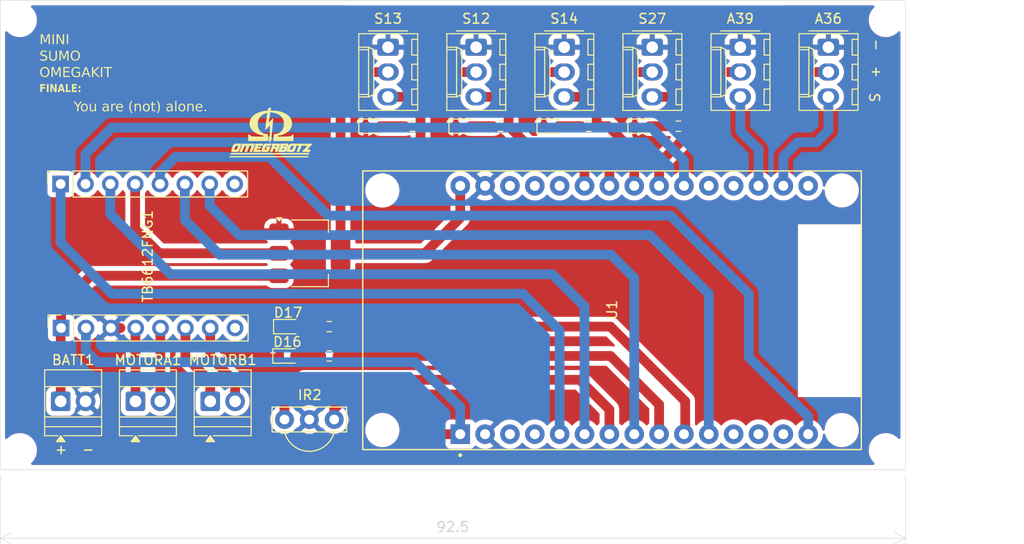
<source format=kicad_pcb>
(kicad_pcb (version 20241229) (generator "pcbnew") (generator_version "9.0")
  (layers (0 "F.Cu" signal) (2 "B.Cu" signal) (13 "F.Paste" user) (15 "B.Paste" user) (5 "F.SilkS" user "F.Silkscreen") (7 "B.SilkS" user "B.Silkscreen") (1 "F.Mask" user) (3 "B.Mask" user) (25 "Edge.Cuts" user))
  (net 0 "")
  (net 1 "/BATT_VCC")
  (net 2 "GND")
  (net 3 "/A_VCC")
  (net 4 "/A_GND")
  (net 5 "/B_VCC")
  (net 6 "/B_GND")
  (net 7 "/VCC")
  (net 8 "/S1")
  (net 9 "/S2")
  (net 10 "/S3")
  (net 11 "/S4")
  (net 12 "/A1")
  (net 13 "/A2")
  (net 14 "/AIN2")
  (net 16 "/PWMA")
  (net 17 "/AIN1")
  (net 18 "/BIN1")
  (net 20 "/PWMB")
  (net 21 "/BIN2")
  (net 22 "/LED1")
  (net 23 "/LED2")
  (net 30 "/IR_SIGNAL")
  (net 34 "Net-(D16-A)")
  (net 35 "Net-(D17-A)")
  (net 36 "Net-(DS1-A)")
  (net 37 "Net-(DS2-A)")
  (net 38 "Net-(DS3-A)")
  (net 39 "Net-(DS4-A)")
  (net 40 "/V_REG")
  (footprint "Connector_Molex:Molex_KK-254_AE-6410-03A_1x03_P2.54mm_Vertical" (layer "F.Cu") (at 166.13 79.78 -90)
    (property "Reference" "A36")
    (property "Value" "Conn_01x03_Pin" (hide yes))
  )
  (footprint "Connector_Molex:Molex_KK-254_AE-6410-03A_1x03_P2.54mm_Vertical" (layer "F.Cu") (at 121.13 79.78 -90)
    (property "Reference" "S13")
    (property "Value" "Conn_01x03_Pin" (hide yes))
  )
  (footprint "TSOP1838:TSOP1838" (layer "F.Cu") (at 113.09 117.86)
    (property "Reference" "IR2")
    (property "Value" "TSOP1838" (hide yes))
  )
  (footprint "My_TB6612FNG:Socket_TB6612FNG" (layer "F.Cu") (at 87.72 108.5 90)
    (property "Reference" "TB6612FNG1")
    (property "Value" "~")
  )
  (footprint "LED_SMD:LED_0603_1608Metric" (layer "F.Cu") (at 110.9175 108.36)
    (property "Reference" "D17")
    (property "Value" "LED" (hide yes))
  )
  (footprint "Connector_Molex:Molex_KK-254_AE-6410-03A_1x03_P2.54mm_Vertical" (layer "F.Cu") (at 139.13 79.78 -90)
    (property "Reference" "S14")
    (property "Value" "Conn_01x03_Pin" (hide yes))
  )
  (footprint "Resistor_SMD:R_0603_1608Metric" (layer "F.Cu") (at 141.63 87.86)
    (property "Reference" "RS2" (hide yes))
    (property "Value" "220R" (hide yes))
  )
  (footprint "Resistor_SMD:R_0603_1608Metric" (layer "F.Cu") (at 132.63 87.86)
    (property "Reference" "RS3" (hide yes))
    (property "Value" "220R" (hide yes))
  )
  (footprint "Resistor_SMD:R_0603_1608Metric" (layer "F.Cu") (at 115.13 108.36)
    (property "Reference" "R1" (hide yes))
    (property "Value" "220R" (hide yes))
  )
  (footprint "Resistor_SMD:R_0603_1608Metric" (layer "F.Cu") (at 150.805 87.86)
    (property "Reference" "RS1" (hide yes))
    (property "Value" "220R" (hide yes))
  )
  (footprint "Resistor_SMD:R_0603_1608Metric" (layer "F.Cu") (at 123.63 87.86)
    (property "Reference" "RS4" (hide yes))
    (property "Value" "220R" (hide yes))
  )
  (footprint "Resistor_SMD:R_0603_1608Metric" (layer "F.Cu") (at 115.13 111.36)
    (property "Reference" "R2" (hide yes))
    (property "Value" "220R" (hide yes))
  )
  (footprint "Package_TO_SOT_SMD:SOT-223-3_TabPin2" (layer "F.Cu") (at 113.13 100.86)
    (property "Reference" "U2" (hide yes))
    (property "Value" "AMS1117-3.3" (hide yes))
  )
  (footprint "" (layer "F.Cu") (at 172 121)
    (property "Reference" "")
    (property "Value" "")
  )
  (footprint "" (layer "F.Cu") (at 83.5 77)
    (property "Reference" "")
    (property "Value" "")
  )
  (footprint "LED_SMD:LED_0603_1608Metric" (layer "F.Cu") (at 147.13 87.86)
    (property "Reference" "DS1" (hide yes))
    (property "Value" "LED" (hide yes))
  )
  (footprint "LED_SMD:LED_0603_1608Metric" (layer "F.Cu") (at 110.8425 111.36)
    (property "Reference" "D16")
    (property "Value" "LED" (hide yes))
  )
  (footprint "LED_SMD:LED_0603_1608Metric" (layer "F.Cu") (at 137.8425 87.86)
    (property "Reference" "DS2" (hide yes))
    (property "Value" "LED" (hide yes))
  )
  (footprint "LED_SMD:LED_0603_1608Metric" (layer "F.Cu") (at 119.63 87.86)
    (property "Reference" "DS4" (hide yes))
    (property "Value" "LED" (hide yes))
  )
  (footprint "TerminalBlock:TerminalBlock_Xinya_XY308-2.54-2P_1x02_P2.54mm_Horizontal" (layer "F.Cu") (at 87.68 116)
    (property "Reference" "BATT1")
    (property "Value" "Screw_Terminal_01x02" (hide yes))
  )
  (footprint "ESP32-DEVKIT-V1:MODULE_ESP32_DEVKIT_V1" (layer "F.Cu") (at 144.025 106.66 90)
    (property "Reference" "U1")
    (property "Value" "ESP32-DEVKIT-V1" (hide yes))
  )
  (footprint "Connector_Molex:Molex_KK-254_AE-6410-03A_1x03_P2.54mm_Vertical" (layer "F.Cu") (at 157.13 79.78 -90)
    (property "Reference" "A39")
    (property "Value" "Conn_01x03_Pin" (hide yes))
  )
  (footprint "TerminalBlock:TerminalBlock_Xinya_XY308-2.54-2P_1x02_P2.54mm_Horizontal" (layer "F.Cu") (at 95.32 116)
    (property "Reference" "MOTORA1")
    (property "Value" "Screw_Terminal_01x02" (hide yes))
  )
  (footprint "TerminalBlock:TerminalBlock_Xinya_XY308-2.54-2P_1x02_P2.54mm_Horizontal" (layer "F.Cu") (at 102.96 116)
    (property "Reference" "MOTORB1")
    (property "Value" "Screw_Terminal_01x02" (hide yes))
  )
  (footprint "" (layer "F.Cu") (at 83.5 121)
    (property "Reference" "")
    (property "Value" "")
  )
  (footprint "Connector_Molex:Molex_KK-254_AE-6410-03A_1x03_P2.54mm_Vertical" (layer "F.Cu") (at 130.13 79.78 -90)
    (property "Reference" "S12")
    (property "Value" "Conn_01x03_Pin" (hide yes))
  )
  (footprint "Connector_Molex:Molex_KK-254_AE-6410-03A_1x03_P2.54mm_Vertical" (layer "F.Cu") (at 148.13 79.78 -90)
    (property "Reference" "S27")
    (property "Value" "Conn_01x03_Pin" (hide yes))
  )
  (footprint "" (layer "F.Cu") (at 172 77)
    (property "Reference" "")
    (property "Value" "")
  )
  (footprint "LED_SMD:LED_0603_1608Metric" (layer "F.Cu") (at 128.8425 87.86)
    (property "Reference" "DS3" (hide yes))
    (property "Value" "LED" (hide yes))
  )
  (gr_poly (pts (xy 111.414446 89.635504) (xy 111.495113 89.635607) (xy 111.560499 89.636509) (xy 111.610741 89.637924) (xy 111.631237 89.639053) (xy 111.649213 89.640586) (xy 111.665091 89.642615) (xy 111.679293 89.645231) (xy 111.692241 89.648527) (xy 111.704357 89.652594) (xy 111.716062 89.657524) (xy 111.72778 89.66341) (xy 111.739932 89.670343) (xy 111.752939 89.678414) (xy 111.78321 89.698342) (xy 111.836126 89.645426) (xy 111.881828 89.641966) (xy 111.898998 89.640929) (xy 111.915085 89.640274) (xy 111.932114 89.63994) (xy 111.952115 89.639866) (xy 112.009139 89.640258) (xy 112.113525 89.640775) (xy 112.22308 89.642118) (xy 112.333253 89.642842) (xy 112.603418 89.645426) (xy 112.589568 89.734309) (xy 112.584349 89.763558) (xy 112.57944 89.785986) (xy 112.576908 89.795417) (xy 112.574221 89.804072) (xy 112.571301 89.812263) (xy 112.568071 89.820299) (xy 112.560371 89.837145) (xy 112.550501 89.857092) (xy 112.285918 89.857092) (xy 112.275744 89.915558) (xy 112.269641 89.941543) (xy 112.26299 89.966733) (xy 112.255773 89.991327) (xy 112.247971 90.015521) (xy 112.239568 90.039515) (xy 112.230546 90.063506) (xy 112.220887 90.087692) (xy 112.210574 90.112271) (xy 112.181893 90.179708) (xy 112.151973 90.249006) (xy 112.121742 90.319855) (xy 112.047793 90.492092) (xy 111.78321 90.492092) (xy 111.806957 90.409829) (xy 111.832796 90.328887) (xy 111.860542 90.249019) (xy 111.890008 90.169977) (xy 111.921006 90.091511) (xy 111.953351 90.013373) (xy 112.021335 89.857092) (xy 111.756751 89.857092) (xy 111.726986 89.96954) (xy 111.685729 90.106211) (xy 111.652727 90.210249) (xy 111.638268 90.251944) (xy 111.624608 90.287777) (xy 111.611327 90.318513) (xy 111.598001 90.344918) (xy 111.584211 90.367757) (xy 111.569534 90.387796) (xy 111.553549 90.405801) (xy 111.535835 90.422536) (xy 111.515969 90.438767) (xy 111.493531 90.45526) (xy 111.439251 90.492092) (xy 111.402989 90.495755) (xy 111.366683 90.49827) (xy 111.330337 90.499834) (xy 111.293958 90.500647) (xy 111.22112 90.500813) (xy 111.148209 90.500361) (xy 111.067181 90.501652) (xy 110.98946 90.501704) (xy 110.918353 90.501943) (xy 110.898062 90.498625) (xy 110.889666 90.49715) (xy 110.882221 90.495714) (xy 110.875568 90.49425) (xy 110.869544 90.492694) (xy 110.86399 90.490982) (xy 110.858744 90.48905) (xy 110.853646 90.486832) (xy 110.848535 90.484264) (xy 110.84325 90.481283) (xy 110.837631 90.477822) (xy 110.831516 90.473818) (xy 110.824745 90.469207) (xy 110.808592 90.457902) (xy 110.803173 90.449924) (xy 110.798446 90.442797) (xy 110.794378 90.43631) (xy 110.792583 90.433242) (xy 110.790942 90.430255) (xy 110.78945 90.427324) (xy 110.788104 90.424423) (xy 110.786901 90.421525) (xy 110.785836 90.418604) (xy 110.784905 90.415634) (xy 110.784106 90.412589) (xy 110.783433 90.409443) (xy 110.782883 90.40617) (xy 110.782453 90.402743) (xy 110.782138 90.399137) (xy 110.781935 90.395324) (xy 110.78184 90.39128) (xy 110.781848 90.386978) (xy 110.781957 90.382392) (xy 110.78246 90.372263) (xy 110.783318 90.360683) (xy 110.7845 90.347445) (xy 110.787715 90.315152) (xy 110.800774 90.268757) (xy 110.80542 90.253967) (xy 111.095293 90.253967) (xy 111.333418 90.253967) (xy 111.366654 90.184592) (xy 111.399564 90.115061) (xy 111.436771 90.036926) (xy 111.448431 90.011249) (xy 111.453123 90.000465) (xy 111.457115 89.9907) (xy 111.460446 89.98169) (xy 111.463161 89.973172) (xy 111.465302 89.964883) (xy 111.46691 89.956558) (xy 111.468029 89.947935) (xy 111.4687 89.938751) (xy 111.468967 89.928741) (xy 111.468871 89.917642) (xy 111.468455 89.905192) (xy 111.467761 89.891125) (xy 111.46571 89.857092) (xy 111.254043 89.857092) (xy 111.228686 89.905654) (xy 111.204883 89.953876) (xy 111.182646 90.002079) (xy 111.161983 90.050581) (xy 111.142907 90.099702) (xy 111.125426 90.14976) (xy 111.109551 90.201076) (xy 111.095293 90.253967) (xy 110.80542 90.253967) (xy 110.815173 90.222918) (xy 110.83074 90.177548) (xy 110.847301 90.13256) (xy 110.864681 90.087864) (xy 110.882708 90.043373) (xy 110.920007 89.954658) (xy 110.943403 89.899034) (xy 110.963709 89.855524) (xy 110.973866 89.835628) (xy 110.984067 89.816923) (xy 110.994342 89.799375) (xy 111.004725 89.78295) (xy 111.015245 89.767613) (xy 111.025934 89.753328) (xy 111.036824 89.74006) (xy 111.047945 89.727776) (xy 111.059329 89.716439) (xy 111.071007 89.706015) (xy 111.08301 89.696469) (xy 111.095369 89.687767) (xy 111.108117 89.679872) (xy 111.121284 89.672751) (xy 111.1349 89.666368) (xy 111.148999 89.660689) (xy 111.16361 89.655679) (xy 111.178766 89.651302) (xy 111.194496 89.647524) (xy 111.210834 89.644309) (xy 111.227809 89.641624) (xy 111.245453 89.639433) (xy 111.282874 89.636394) (xy 111.323347 89.634912) (xy 111.367121 89.634708)) (fill yes) (layer "F.SilkS"))
  (gr_poly (pts (xy 107.379724 89.641223) (xy 107.38767 89.642327) (xy 107.394885 89.643541) (xy 107.401567 89.644952) (xy 107.407916 89.646647) (xy 107.414132 89.648713) (xy 107.420413 89.651237) (xy 107.42696 89.654305) (xy 107.433971 89.658006) (xy 107.441646 89.662425) (xy 107.450184 89.667649) (xy 107.459786 89.673767) (xy 107.470649 89.680863) (xy 107.49696 89.698342) (xy 107.494362 89.735015) (xy 107.490778 89.77072) (xy 107.486232 89.805564) (xy 107.480745 89.839655) (xy 107.474341 89.873101) (xy 107.467042 89.906009) (xy 107.45887 89.938486) (xy 107.449848 89.970641) (xy 107.439999 90.002581) (xy 107.429345 90.034413) (xy 107.405713 90.098183) (xy 107.379133 90.162813) (xy 107.349785 90.229163) (xy 107.315731 90.306212) (xy 107.274233 90.399233) (xy 107.232376 90.492092) (xy 106.967793 90.492092) (xy 106.99154 90.409829) (xy 107.01738 90.328887) (xy 107.045125 90.249019) (xy 107.074591 90.169977) (xy 107.105589 90.091511) (xy 107.137934 90.013373) (xy 107.205918 89.857092) (xy 106.967793 89.857092) (xy 106.938028 89.95135) (xy 106.914587 90.019926) (xy 106.890038 90.088083) (xy 106.864564 90.15589) (xy 106.838345 90.223416) (xy 106.784403 90.357902) (xy 106.729668 90.492092) (xy 106.465085 90.492092) (xy 106.468606 90.464952) (xy 106.472855 90.438245) (xy 106.477789 90.411925) (xy 106.483369 90.385951) (xy 106.489553 90.360277) (xy 106.496301 90.334862) (xy 106.511324 90.284629) (xy 106.528112 90.234905) (xy 106.546339 90.18534) (xy 106.585801 90.085295) (xy 106.612208 90.018633) (xy 106.676752 89.857092) (xy 106.465085 89.883551) (xy 106.443646 89.936564) (xy 106.347676 90.172939) (xy 106.313931 90.256396) (xy 106.281634 90.33572) (xy 106.251823 90.409197) (xy 106.243564 90.427877) (xy 106.237035 90.442238) (xy 106.234232 90.448102) (xy 106.231635 90.453251) (xy 106.229169 90.457805) (xy 106.22676 90.461887) (xy 106.224333 90.465617) (xy 106.221811 90.469117) (xy 106.219121 90.472509) (xy 106.216186 90.475914) (xy 106.209283 90.483249) (xy 106.200502 90.492092) (xy 106.167031 90.493234) (xy 106.133543 90.493846) (xy 106.100048 90.493994) (xy 106.066556 90.493746) (xy 105.992866 90.493023) (xy 105.935918 90.492092) (xy 105.963414 90.406949) (xy 105.977619 90.364846) (xy 105.992281 90.322997) (xy 106.007514 90.281356) (xy 106.02343 90.239878) (xy 106.040145 90.198517) (xy 106.057771 90.157229) (xy 106.080238 90.105611) (xy 106.091461 90.080275) (xy 106.102869 90.055022) (xy 106.114466 90.029854) (xy 106.126256 90.004777) (xy 106.136698 89.979176) (xy 106.145335 89.95481) (xy 106.152246 89.931505) (xy 106.15751 89.909085) (xy 106.161206 89.887376) (xy 106.163415 89.866202) (xy 106.164215 89.845389) (xy 106.163685 89.824761) (xy 106.161906 89.804144) (xy 106.158957 89.783362) (xy 106.154916 89.762242) (xy 106.149864 89.740607) (xy 106.143879 89.718283) (xy 106.137042 89.695094) (xy 106.121127 89.645426) (xy 106.448549 89.643772) (xy 106.542806 89.6431) (xy 106.632723 89.642842) (xy 106.715858 89.642422) (xy 106.737986 89.643465) (xy 106.755261 89.644572) (xy 106.762517 89.645257) (xy 106.769085 89.646088) (xy 106.77514 89.647107) (xy 106.780859 89.648357) (xy 106.786415 89.649883) (xy 106.791985 89.651727) (xy 106.797744 89.653932) (xy 106.803867 89.656541) (xy 106.810528 89.659597) (xy 106.817905 89.663145) (xy 106.835501 89.671884) (xy 106.888418 89.645426) (xy 106.921241 89.643404) (xy 106.954082 89.641999) (xy 106.986938 89.641101) (xy 107.019807 89.640603) (xy 107.151348 89.640465) (xy 107.22509 89.639483) (xy 107.295938 89.639328) (xy 107.360838 89.638999)) (fill yes) (layer "F.SilkS"))
  (gr_poly (pts (xy 109.137376 86.258759) (xy 109.213237 86.255969) (xy 109.334795 86.254888) (xy 109.456591 86.257902) (xy 109.578319 86.265208) (xy 109.699676 86.277004) (xy 109.820356 86.293487) (xy 109.940054 86.314857) (xy 110.058465 86.341311) (xy 110.175284 86.373047) (xy 110.290205 86.410262) (xy 110.402925 86.453156) (xy 110.513138 86.501926) (xy 110.620538 86.556769) (xy 110.724821 86.617885) (xy 110.825682 86.68547) (xy 110.922816 86.759723) (xy 111.015918 86.840842) (xy 111.05589 86.884843) (xy 111.092747 86.928893) (xy 111.126556 86.973127) (xy 111.157385 87.017679) (xy 111.185302 87.062683) (xy 111.210373 87.108272) (xy 111.232667 87.154582) (xy 111.252252 87.201745) (xy 111.269193 87.249895) (xy 111.28356 87.299167) (xy 111.29542 87.349695) (xy 111.30484 87.401612) (xy 111.311887 87.455052) (xy 111.31663 87.51015) (xy 111.319136 87.567039) (xy 111.319472 87.625853) (xy 111.31607 87.679989) (xy 111.310363 87.732646) (xy 111.302353 87.783883) (xy 111.292037 87.833763) (xy 111.279416 87.882346) (xy 111.264488 87.929694) (xy 111.247253 87.975867) (xy 111.22771 88.020926) (xy 111.20586 88.064934) (xy 111.1817 88.10795) (xy 111.155231 88.150037) (xy 111.126451 88.191254) (xy 111.095361 88.231664) (xy 111.061959 88.271327) (xy 111.026246 88.310304) (xy 110.988219 88.348657) (xy 110.934835 88.393249) (xy 110.87865 88.437112) (xy 110.819902 88.479932) (xy 110.75883 88.521395) (xy 110.69567 88.561186) (xy 110.63066 88.598993) (xy 110.564039 88.6345) (xy 110.496044 88.667394) (xy 110.426912 88.69736) (xy 110.356881 88.724084) (xy 110.286188 88.747253) (xy 110.215072 88.766551) (xy 110.143771 88.781664) (xy 110.072521 88.79228) (xy 110.00156 88.798083) (xy 109.931126 88.798759) (xy 109.931126 88.931051) (xy 110.368761 88.922653) (xy 110.517331 88.919889) (xy 110.732111 88.915548) (xy 110.798124 88.914622) (xy 110.855622 88.912852) (xy 110.913355 88.910129) (xy 110.971132 88.906057) (xy 111.028765 88.900243) (xy 111.086062 88.892292) (xy 111.114525 88.887392) (xy 111.142834 88.88181) (xy 111.170963 88.875496) (xy 111.198891 88.868402) (xy 111.226592 88.860479) (xy 111.254043 88.851676) (xy 111.269388 88.830082) (xy 111.275622 88.821087) (xy 111.280999 88.813034) (xy 111.285598 88.80573) (xy 111.289495 88.798982) (xy 111.292769 88.792594) (xy 111.295497 88.786374) (xy 111.297756 88.780127) (xy 111.299624 88.77366) (xy 111.301178 88.766779) (xy 111.302496 88.759291) (xy 111.303656 88.751001) (xy 111.304735 88.741716) (xy 111.30696 88.719384) (xy 111.46571 88.719384) (xy 111.46571 89.380842) (xy 109.428418 89.380842) (xy 109.423558 89.365702) (xy 109.419346 89.35137) (xy 109.41575 89.337726) (xy 109.412736 89.32465) (xy 109.410271 89.312022) (xy 109.408323 89.299721) (xy 109.406859 89.287627) (xy 109.405846 89.275619) (xy 109.40525 89.263578) (xy 109.40504 89.251384) (xy 109.405182 89.238914) (xy 109.405642 89.226051) (xy 109.407391 89.198659) (xy 109.410021 89.168246) (xy 109.417153 89.090162) (xy 109.425111 89.008772) (xy 109.432449 88.927072) (xy 109.44383 88.810172) (xy 109.448298 88.772294) (xy 109.452716 88.744059) (xy 109.455085 88.732603) (xy 109.457656 88.722413) (xy 109.4605 88.713106) (xy 109.46369 88.704301) (xy 109.471392 88.686671) (xy 109.481335 88.666467) (xy 109.523768 88.660016) (xy 109.566321 88.654364) (xy 109.608963 88.64939) (xy 109.65166 88.64497) (xy 109.702242 88.637442) (xy 109.750708 88.628632) (xy 109.797192 88.618421) (xy 109.841833 88.606689) (xy 109.884766 88.593319) (xy 109.926127 88.57819) (xy 109.966054 88.561183) (xy 110.004683 88.542181) (xy 110.04215 88.521063) (xy 110.078591 88.497711) (xy 110.114144 88.472005) (xy 110.148945 88.443827) (xy 110.183129 88.413057) (xy 110.216835 88.379577) (xy 110.250197 88.343267) (xy 110.283353 88.304009) (xy 110.31803 88.253522) (xy 110.349062 88.201765) (xy 110.376581 88.148822) (xy 110.400718 88.094775) (xy 110.421606 88.03971) (xy 110.439376 87.983709) (xy 110.45416 87.926856) (xy 110.466089 87.869236) (xy 110.475295 87.810931) (xy 110.48191 87.752027) (xy 110.486065 87.692605) (xy 110.487892 87.632751) (xy 110.487523 87.572547) (xy 110.48509 87.512078) (xy 110.480723 87.451428) (xy 110.474556 87.39068) (xy 110.462092 87.333216) (xy 110.447485 87.278368) (xy 110.43071 87.225991) (xy 110.411742 87.175936) (xy 110.390555 87.128057) (xy 110.367124 87.082207) (xy 110.341425 87.038239) (xy 110.313432 86.996007) (xy 110.28312 86.955362) (xy 110.250463 86.916158) (xy 110.215437 86.878249) (xy 110.178017 86.841486) (xy 110.138177 86.805724) (xy 110.095892 86.770815) (xy 110.051137 86.736613) (xy 110.003887 86.70297) (xy 109.950838 86.670159) (xy 109.897217 86.640278) (xy 109.84302 86.613174) (xy 109.788243 86.588694) (xy 109.732884 86.566685) (xy 109.676938 86.546994) (xy 109.620403 86.529469) (xy 109.563274 86.513957) (xy 109.505548 86.500304) (xy 109.447222 86.488358) (xy 109.388292 86.477966) (xy 109.328755 86.468975) (xy 109.207843 86.454586) (xy 109.08446 86.443967) (xy 109.081055 86.493506) (xy 109.073806 86.574658) (xy 109.06501 86.655446) (xy 109.054855 86.735946) (xy 109.043526 86.816236) (xy 109.018093 86.976496) (xy 108.990202 87.136845) (xy 108.971444 87.243764) (xy 108.92571 87.502301) (xy 108.958453 87.469557) (xy 109.375501 87.052509) (xy 109.382253 87.067313) (xy 109.387743 87.082072) (xy 109.392069 87.096801) (xy 109.395333 87.111519) (xy 109.397634 87.126243) (xy 109.399071 87.140991) (xy 109.399746 87.15578) (xy 109.399757 87.170627) (xy 109.399205 87.18555) (xy 109.39819 87.200566) (xy 109.395169 87.230947) (xy 109.387962 87.293593) (xy 109.3825 87.352267) (xy 109.364029 87.544676) (xy 109.351458 87.677919) (xy 109.317921 88.02894) (xy 109.283879 88.387001) (xy 109.216751 89.089801) (xy 109.322585 89.063342) (xy 109.220059 89.24359) (xy 109.19081 89.295111) (xy 109.158868 89.35051) (xy 109.126322 89.405289) (xy 109.109712 89.432458) (xy 109.092818 89.459486) (xy 109.075596 89.486376) (xy 109.058001 89.513134) (xy 109.005085 89.513134) (xy 108.965397 89.270048) (xy 108.953925 89.20075) (xy 108.941384 89.120099) (xy 108.935884 89.080092) (xy 108.931219 89.040128) (xy 108.927628 89.000078) (xy 108.925353 88.959814) (xy 108.924633 88.919208) (xy 108.924932 88.898738) (xy 108.92571 88.878134) (xy 109.005085 88.957509) (xy 109.009031 88.953376) (xy 109.012667 88.949191) (xy 109.016006 88.944953) (xy 109.019059 88.940663) (xy 109.021839 88.936321) (xy 109.024359 88.931927) (xy 109.026632 88.927482) (xy 109.028669 88.922986) (xy 109.030485 88.918439) (xy 109.032091 88.913842) (xy 109.034724 88.904497) (xy 109.03667 88.894953) (xy 109.03803 88.885213) (xy 109.038905 88.87528) (xy 109.039395 88.865155) (xy 109.039626 88.844341) (xy 109.03953 88.822788) (xy 109.039612 88.811741) (xy 109.039915 88.800516) (xy 109.04328 88.717621) (xy 109.046426 88.628433) (xy 109.04983 88.538368) (xy 109.055214 88.352102) (xy 109.058281 88.165899) (xy 109.059165 87.979674) (xy 109.058001 87.793342) (xy 109.017132 87.834632) (xy 108.834759 88.018238) (xy 108.770422 88.083247) (xy 108.709185 88.144742) (xy 108.652503 88.201845) (xy 108.637831 88.215473) (xy 108.631793 88.220987) (xy 108.626482 88.225715) (xy 108.621795 88.229717) (xy 108.617628 88.233054) (xy 108.613877 88.235785) (xy 108.610439 88.237973) (xy 108.60721 88.239677) (xy 108.604086 88.240957) (xy 108.600964 88.241874) (xy 108.59774 88.242489) (xy 108.59431 88.242862) (xy 108.590571 88.243053) (xy 108.581752 88.243134) (xy 108.589509 88.107166) (xy 108.600408 87.971547) (xy 108.613925 87.836215) (xy 108.629537 87.701106) (xy 108.664952 87.431307) (xy 108.702468 87.16165) (xy 108.728874 86.967863) (xy 108.793418 86.496884) (xy 108.718402 86.520912) (xy 108.643453 86.54515) (xy 108.559098 86.5723) (xy 108.501805 86.594684) (xy 108.447167 86.618952) (xy 108.395072 86.645128) (xy 108.345407 86.673236) (xy 108.298061 86.703302) (xy 108.252921 86.73535) (xy 108.209875 86.769404) (xy 108.16881 86.805489) (xy 108.129615 86.843629) (xy 108.092178 86.88385) (xy 108.056386 86.926175) (xy 108.022127 86.970629) (xy 107.989288 87.017237) (xy 107.957759 87.066023) (xy 107.927425 87.117012) (xy 107.898176 87.170228) (xy 107.878341 87.218516) (xy 107.861388 87.269752) (xy 107.847242 87.323524) (xy 107.835824 87.379421) (xy 107.82706 87.437032) (xy 107.820873 87.495945) (xy 107.817186 87.555749) (xy 107.815923 87.616032) (xy 107.817007 87.676384) (xy 107.820363 87.736392) (xy 107.825913 87.795645) (xy 107.833582 87.853733) (xy 107.843292 87.910242) (xy 107.854969 87.964764) (xy 107.868535 88.016885) (xy 107.883913 88.066194) (xy 107.906993 88.11438) (xy 107.931491 88.160389) (xy 107.957451 88.204279) (xy 107.984917 88.246109) (xy 108.013932 88.285937) (xy 108.04454 88.323821) (xy 108.076784 88.35982) (xy 108.110708 88.393992) (xy 108.146355 88.426395) (xy 108.18377 88.457088) (xy 108.222995 88.486128) (xy 108.264075 88.513575) (xy 108.307052 88.539486) (xy 108.35197 88.56392) (xy 108.398874 88.586935) (xy 108.447806 88.60859) (xy 108.467406 88.615038) (xy 108.487016 88.620893) (xy 108.506645 88.626193) (xy 108.526299 88.630972) (xy 108.545986 88.635267) (xy 108.565714 88.639114) (xy 108.60532 88.645608) (xy 108.645178 88.650744) (xy 108.685347 88.65481) (xy 108.725887 88.658094) (xy 108.766856 88.660886) (xy 108.784409 88.66278) (xy 108.791612 88.663648) (xy 108.797922 88.664526) (xy 108.803455 88.665461) (xy 108.808327 88.6665) (xy 108.812656 88.66769) (xy 108.816556 88.669077) (xy 108.820146 88.670709) (xy 108.82354 88.672633) (xy 108.826856 88.674895) (xy 108.83021 88.677542) (xy 108.833719 88.680622) (xy 108.837498 88.684182) (xy 108.846335 88.692926) (xy 108.850552 88.721023) (xy 108.854264 88.749195) (xy 108.857552 88.777422) (xy 108.860494 88.805684) (xy 108.867471 88.875602) (xy 108.874447 88.949241) (xy 108.881733 89.021329) (xy 108.885888 89.066609) (xy 108.889469 89.111481) (xy 108.892483 89.156101) (xy 108.894935 89.200624) (xy 108.896833 89.245204) (xy 108.89818 89.289998) (xy 108.898985 89.335159) (xy 108.899252 89.380842) (xy 106.835501 89.380842) (xy 106.835501 88.719384) (xy 106.994251 88.719384) (xy 107.043861 88.782223) (xy 107.050925 88.790694) (xy 107.058019 88.798701) (xy 107.065149 88.806261) (xy 107.072321 88.813389) (xy 107.07954 88.820103) (xy 107.08681 88.826418) (xy 107.094138 88.83235) (xy 107.101529 88.837918) (xy 107.108989 88.843136) (xy 107.116522 88.848021) (xy 107.13183 88.85686) (xy 107.147497 88.864565) (xy 107.163566 88.871268) (xy 107.18008 88.8771) (xy 107.197083 88.882193) (xy 107.214616 88.886678) (xy 107.232723 88.890688) (xy 107.251447 88.894352) (xy 107.270831 88.897803) (xy 107.311752 88.904592) (xy 107.34399 88.907243) (xy 107.376205 88.909414) (xy 107.40841 88.911161) (xy 107.440617 88.912543) (xy 107.505089 88.914435) (xy 107.56972 88.915548) (xy 107.641777 88.9171) (xy 107.867376 88.921129) (xy 108.021269 88.92423) (xy 108.396543 88.931051) (xy 108.370085 88.798759) (xy 108.27252 88.793798) (xy 108.195339 88.782777) (xy 108.118412 88.767298) (xy 108.041949 88.747551) (xy 107.966161 88.723725) (xy 107.891262 88.69601) (xy 107.817461 88.664594) (xy 107.744972 88.629668) (xy 107.674005 88.59142) (xy 107.604773 88.550039) (xy 107.537487 88.505715) (xy 107.472358 88.458637) (xy 107.409599 88.408995) (xy 107.34942 88.356977) (xy 107.292035 88.302773) (xy 107.237653 88.246572) (xy 107.186488 88.188564) (xy 107.157968 88.149979) (xy 107.136536 88.120165) (xy 107.128162 88.107875) (xy 107.121179 88.096971) (xy 107.115463 88.087184) (xy 107.110885 88.078246) (xy 107.10732 88.069886) (xy 107.104641 88.061838) (xy 107.102722 88.053831) (xy 107.101435 88.045596) (xy 107.100654 88.036866) (xy 107.100254 88.027371) (xy 107.100085 88.005009) (xy 107.047168 87.978551) (xy 107.030651 87.927947) (xy 107.016406 87.876221) (xy 107.004466 87.823549) (xy 106.994862 87.770104) (xy 106.987627 87.716061) (xy 106.982793 87.661593) (xy 106.980392 87.606875) (xy 106.980457 87.55208) (xy 106.983021 87.497384) (xy 106.988115 87.44296) (xy 106.995771 87.388983) (xy 107.006023 87.335625) (xy 107.018902 87.283063) (xy 107.034441 87.231469) (xy 107.052672 87.181018) (xy 107.073627 87.131884) (xy 107.094111 87.095674) (xy 107.115588 87.060462) (xy 107.13803 87.026232) (xy 107.161409 86.992965) (xy 107.185699 86.960647) (xy 107.210871 86.929259) (xy 107.263754 86.869207) (xy 107.31984 86.812674) (xy 107.378911 86.759526) (xy 107.440747 86.709627) (xy 107.505131 86.662842) (xy 107.571843 86.619036) (xy 107.640665 86.578073) (xy 107.711378 86.539818) (xy 107.783764 86.504137) (xy 107.857603 86.470893) (xy 107.932678 86.439952) (xy 108.008769 86.411178) (xy 108.085658 86.384436) (xy 108.177512 86.35915) (xy 108.271187 86.335579) (xy 108.366234 86.314234) (xy 108.462204 86.295625) (xy 108.558647 86.280262) (xy 108.655117 86.268656) (xy 108.70322 86.264422) (xy 108.751162 86.261319) (xy 108.798886 86.25941) (xy 108.846335 86.258759) (xy 108.844681 86.169462) (xy 108.845279 86.137701) (xy 108.846051 86.113187) (xy 108.846605 86.103103) (xy 108.847326 86.094176) (xy 108.848256 86.08619) (xy 108.849435 86.078925) (xy 108.850905 86.072164) (xy 108.852707 86.06569) (xy 108.854882 86.059283) (xy 108.857471 86.052725) (xy 108.860516 86.0458) (xy 108.864057 86.038288) (xy 108.872793 86.020634) (xy 108.914195 86.008731) (xy 108.953645 85.998217) (xy 108.991873 85.989152) (xy 109.029611 85.981599) (xy 109.048525 85.978408) (xy 109.067591 85.975617) (xy 109.0869 85.973235) (xy 109.106543 85.971269) (xy 109.126613 85.969727) (xy 109.1472 85.968616) (xy 109.168396 85.967943) (xy 109.190293 85.967718)) (fill yes) (layer "F.SilkS"))
  (gr_poly (pts (xy 105.740788 89.635504) (xy 105.817269 89.635607) (xy 105.879121 89.636507) (xy 105.926706 89.63792) (xy 105.946165 89.639048) (xy 105.963276 89.640581) (xy 105.978446 89.642609) (xy 105.992081 89.645226) (xy 106.004587 89.648521) (xy 106.016372 89.652589) (xy 106.02784 89.65752) (xy 106.0394 89.663406) (xy 106.051456 89.670339) (xy 106.064415 89.678412) (xy 106.094668 89.698342) (xy 106.098043 89.728809) (xy 106.09968 89.758482) (xy 106.099683 89.787449) (xy 106.098152 89.815798) (xy 106.09519 89.843617) (xy 106.090896 89.870994) (xy 106.085374 89.898018) (xy 106.078724 89.924777) (xy 106.071047 89.951358) (xy 106.062446 89.97785) (xy 106.053022 90.004341) (xy 106.042876 90.03092) (xy 106.020824 90.08469) (xy 105.997103 90.139866) (xy 105.96987 90.207303) (xy 105.938307 90.281244) (xy 105.925059 90.311394) (xy 105.913072 90.337554) (xy 105.902025 90.360141) (xy 105.891596 90.379573) (xy 105.881465 90.396265) (xy 105.871311 90.410637) (xy 105.860812 90.423103) (xy 105.849648 90.434083) (xy 105.837497 90.443993) (xy 105.824039 90.45325) (xy 105.808952 90.462271) (xy 105.791915 90.471473) (xy 105.75071 90.492092) (xy 105.713627 90.496442) (xy 105.676682 90.499605) (xy 105.639818 90.501729) (xy 105.602977 90.502965) (xy 105.566102 90.503462) (xy 105.529137 90.50337) (xy 105.454707 90.502014) (xy 105.37373 90.501911) (xy 105.308368 90.501007) (xy 105.258512 90.499592) (xy 105.238455 90.498462) (xy 105.221141 90.496929) (xy 105.206191 90.4949) (xy 105.193229 90.492284) (xy 105.181876 90.488988) (xy 105.171754 90.484921) (xy 105.162485 90.479991) (xy 105.153691 90.474106) (xy 105.144995 90.467173) (xy 105.136018 90.459102) (xy 105.11571 90.439176) (xy 105.114933 90.408151) (xy 105.115597 90.377389) (xy 105.117616 90.346876) (xy 105.120905 90.316603) (xy 105.125377 90.286558) (xy 105.130947 90.256729) (xy 105.131561 90.253967) (xy 105.406752 90.253967) (xy 105.644877 90.253967) (xy 105.677255 90.192025) (xy 105.709369 90.129944) (xy 105.745646 90.060181) (xy 105.756409 90.034836) (xy 105.765931 90.009953) (xy 105.774331 89.985296) (xy 105.781726 89.960628) (xy 105.788234 89.93571) (xy 105.793975 89.910307) (xy 105.799067 89.88418) (xy 105.803627 89.857092) (xy 105.565502 89.857092) (xy 105.406752 90.253967) (xy 105.131561 90.253967) (xy 105.13753 90.227106) (xy 105.145038 90.197677) (xy 105.153387 90.168431) (xy 105.162491 90.139356) (xy 105.182619 90.081678) (xy 105.204737 90.024551) (xy 105.228158 89.967887) (xy 105.251206 89.908821) (xy 105.26096 89.886072) (xy 105.270886 89.864572) (xy 105.281003 89.844289) (xy 105.291329 89.825189) (xy 105.301882 89.807238) (xy 105.312681 89.790403) (xy 105.323745 89.774651) (xy 105.335092 89.759949) (xy 105.346741 89.746263) (xy 105.358711 89.733561) (xy 105.37102 89.721808) (xy 105.383687 89.710972) (xy 105.39673 89.70102) (xy 105.410168 89.691917) (xy 105.424019 89.683631) (xy 105.438303 89.676129) (xy 105.453037 89.669377) (xy 105.468241 89.663342) (xy 105.483932 89.657991) (xy 105.50013 89.65329) (xy 105.516854 89.649206) (xy 105.534121 89.645707) (xy 105.55195 89.642758) (xy 105.57036 89.640326) (xy 105.608998 89.636881) (xy 105.650183 89.635107) (xy 105.694063 89.634737)) (fill yes) (layer "F.SilkS"))
  (gr_poly (pts (xy 113.381482 89.676162) (xy 113.366569 89.703796) (xy 113.359221 89.71668) (xy 113.351849 89.729064) (xy 113.34438 89.741039) (xy 113.336743 89.752699) (xy 113.328863 89.764134) (xy 113.320669 89.775437) (xy 113.312088 89.7867) (xy 113.303048 89.798013) (xy 113.293477 89.809471) (xy 113.2833 89.821163) (xy 113.272447 89.833182) (xy 113.260845 89.84562) (xy 113.211804 89.897762) (xy 113.160696 89.95135) (xy 113.109898 90.005249) (xy 113.05659 90.061385) (xy 113.002977 90.117147) (xy 112.948964 90.172526) (xy 112.89446 90.227509) (xy 113.21196 90.253967) (xy 113.207072 90.289112) (xy 113.201906 90.321003) (xy 113.199036 90.335997) (xy 113.19588 90.3505) (xy 113.192364 90.364618) (xy 113.188416 90.37846) (xy 113.183963 90.392131) (xy 113.178934 90.405741) (xy 113.173255 90.419395) (xy 113.166854 90.433201) (xy 113.159659 90.447267) (xy 113.151598 90.461699) (xy 113.142597 90.476605) (xy 113.132584 90.492092) (xy 113.106356 90.495064) (xy 113.085426 90.497282) (xy 113.067699 90.498837) (xy 113.051081 90.499819) (xy 113.033476 90.50032) (xy 113.012788 90.500431) (xy 112.953784 90.499843) (xy 112.900623 90.499503) (xy 112.81651 90.49849) (xy 112.732402 90.497053) (xy 112.618404 90.495968) (xy 112.478616 90.494313) (xy 112.338834 90.492092) (xy 112.347901 90.473294) (xy 112.357294 90.45534) (xy 112.367025 90.438148) (xy 112.377103 90.421637) (xy 112.38754 90.405728) (xy 112.398345 90.39034) (xy 112.40953 90.375391) (xy 112.421105 90.360802) (xy 112.433081 90.346491) (xy 112.445467 90.332379) (xy 112.458275 90.318384) (xy 112.471514 90.304426) (xy 112.499332 90.276299) (xy 112.529004 90.247353) (xy 112.573399 90.203492) (xy 112.617121 90.159253) (xy 112.660218 90.114596) (xy 112.702739 90.069477) (xy 112.74473 90.023856) (xy 112.786239 89.977689) (xy 112.827313 89.930934) (xy 112.868002 89.883551) (xy 112.576959 89.857092) (xy 112.629876 89.645426) (xy 113.397168 89.645426)) (fill yes) (layer "F.SilkS"))
  (gr_poly (pts (xy 108.361248 89.689247) (xy 108.353962 89.723147) (xy 108.350609 89.737151) (xy 108.347295 89.749605) (xy 108.343904 89.760819) (xy 108.340319 89.771103) (xy 108.336424 89.780766) (xy 108.332103 89.79012) (xy 108.327239 89.799473) (xy 108.321716 89.809137) (xy 108.308228 89.830634) (xy 108.29071 89.857092) (xy 108.261682 89.859084) (xy 108.233061 89.860679) (xy 108.204717 89.86188) (xy 108.176516 89.862688) (xy 108.148326 89.863107) (xy 108.120016 89.863139) (xy 108.091454 89.862787) (xy 108.062507 89.862053) (xy 107.998221 89.860968) (xy 107.919565 89.859247) (xy 107.840918 89.857092) (xy 107.81446 89.962926) (xy 108.158418 89.962926) (xy 108.105502 90.148134) (xy 107.735085 90.148134) (xy 107.708627 90.253967) (xy 108.079043 90.253967) (xy 108.113977 90.313034) (xy 108.140228 90.358147) (xy 108.159038 90.392098) (xy 108.166041 90.40576) (xy 108.171647 90.417678) (xy 108.176014 90.428201) (xy 108.179296 90.437677) (xy 108.181647 90.446455) (xy 108.183223 90.454885) (xy 108.184179 90.463315) (xy 108.18467 90.472093) (xy 108.184877 90.492092) (xy 107.33821 90.492092) (xy 107.358961 90.42401) (xy 107.380117 90.357117) (xy 107.401908 90.291187) (xy 107.424564 90.225994) (xy 107.448315 90.161314) (xy 107.473389 90.09692) (xy 107.500018 90.032589) (xy 107.528431 89.968093) (xy 107.542721 89.935978) (xy 107.548435 89.922597) (xy 107.553245 89.910617) (xy 107.557191 89.899747) (xy 107.560309 89.8897) (xy 107.562637 89.880186) (xy 107.564214 89.870917) (xy 107.565077 89.861603) (xy 107.565264 89.851955) (xy 107.564814 89.841686) (xy 107.563763 89.830505) (xy 107.562151 89.818125) (xy 107.560014 89.804256) (xy 107.554321 89.770896) (xy 107.523418 89.724801) (xy 107.523418 89.645426) (xy 108.370085 89.645426)) (fill yes) (layer "F.SilkS"))
  (gr_poly (pts (xy 105.396785 90.594744) (xy 105.496058 90.594676) (xy 105.770093 90.594855) (xy 106.06514 90.59491) (xy 106.576742 90.595128) (xy 107.31644 90.595446) (xy 108.516426 90.59593) (xy 109.682401 90.596472) (xy 109.754945 90.596493) (xy 110.11522 90.596594) (xy 113.106126 90.597925) (xy 113.05321 90.756676) (xy 105.009877 90.756676) (xy 105.030846 90.70459) (xy 105.039603 90.6835) (xy 105.04747 90.665397) (xy 105.054644 90.650041) (xy 105.06132 90.637197) (xy 105.067696 90.626626) (xy 105.073967 90.618091) (xy 105.077124 90.614514) (xy 105.08033 90.611356) (xy 105.083607 90.608589) (xy 105.086981 90.606182) (xy 105.090476 90.604106) (xy 105.094117 90.602332) (xy 105.101934 90.599569) (xy 105.110629 90.597656) (xy 105.120398 90.596355) (xy 105.143942 90.594639) (xy 105.21771 90.59467) (xy 105.302494 90.59451)) (fill yes) (layer "F.SilkS"))
  (gr_poly (pts (xy 112.947376 91.047717) (xy 104.904043 91.047717) (xy 104.95696 90.915426) (xy 113.000293 90.915426)) (fill yes) (layer "F.SilkS"))
  (gr_poly (pts (xy 110.828877 89.635488) (xy 110.84005 89.637786) (xy 110.849889 89.640075) (xy 110.858591 89.64247) (xy 110.86635 89.645085) (xy 110.873363 89.648034) (xy 110.87665 89.649669) (xy 110.879823 89.651431) (xy 110.882907 89.653334) (xy 110.885927 89.655392) (xy 110.89187 89.66003) (xy 110.897846 89.66546) (xy 110.904053 89.671796) (xy 110.910683 89.679153) (xy 110.917934 89.687645) (xy 110.935077 89.70849) (xy 110.940837 89.723235) (xy 110.945747 89.736885) (xy 110.949822 89.749596) (xy 110.953075 89.761522) (xy 110.955522 89.77282) (xy 110.957176 89.783645) (xy 110.958051 89.794152) (xy 110.958162 89.804497) (xy 110.957522 89.814836) (xy 110.956147 89.825324) (xy 110.95405 89.836116) (xy 110.951245 89.847368) (xy 110.947747 89.859236) (xy 110.94357 89.871875) (xy 110.938728 89.88544) (xy 110.933236 89.900087) (xy 110.911531 89.960652) (xy 110.902237 89.978952) (xy 110.89473 89.993219) (xy 110.891388 89.999198) (xy 110.888183 90.004597) (xy 110.88501 90.009559) (xy 110.881766 90.014227) (xy 110.878348 90.018744) (xy 110.874651 90.023252) (xy 110.870574 90.027894) (xy 110.866011 90.032813) (xy 110.855016 90.044053) (xy 110.840838 90.058114) (xy 110.832867 90.064689) (xy 110.825904 90.070554) (xy 110.819896 90.075873) (xy 110.817233 90.078379) (xy 110.814788 90.080809) (xy 110.812555 90.083185) (xy 110.810527 90.085526) (xy 110.808698 90.087852) (xy 110.807061 90.090186) (xy 110.805608 90.092546) (xy 110.804334 90.094953) (xy 110.803231 90.097428) (xy 110.802293 90.099991) (xy 110.801514 90.102662) (xy 110.800886 90.105462) (xy 110.800403 90.108412) (xy 110.800058 90.111531) (xy 110.799844 90.11484) (xy 110.799755 90.11836) (xy 110.799784 90.122111) (xy 110.799925 90.126113) (xy 110.800513 90.134954) (xy 110.801465 90.145044) (xy 110.804251 90.169631) (xy 110.803953 90.188358) (xy 110.803056 90.206048) (xy 110.801555 90.222822) (xy 110.799444 90.238801) (xy 110.79672 90.254106) (xy 110.793378 90.26886) (xy 110.789412 90.283183) (xy 110.784818 90.297196) (xy 110.779591 90.311021) (xy 110.773726 90.324779) (xy 110.767219 90.338592) (xy 110.760064 90.35258) (xy 110.752258 90.366866) (xy 110.743794 90.381569) (xy 110.724876 90.412717) (xy 110.708915 90.427383) (xy 110.693409 90.440346) (xy 110.678239 90.451706) (xy 110.663288 90.461566) (xy 110.648439 90.470027) (xy 110.633575 90.477191) (xy 110.618578 90.48316) (xy 110.60333 90.488034) (xy 110.587714 90.491917) (xy 110.571612 90.494908) (xy 110.554908 90.497111) (xy 110.537482 90.498626) (xy 110.519219 90.499555) (xy 110.5 90.5) (xy 110.458226 90.499843) (xy 110.365208 90.499068) (xy 110.26847 90.497053) (xy 110.170492 90.495968) (xy 110.050805 90.494293) (xy 109.931126 90.492092) (xy 109.904668 90.439176) (xy 109.916549 90.405676) (xy 109.921225 90.393148) (xy 109.92586 90.381482) (xy 109.931057 90.369212) (xy 109.937417 90.354871) (xy 109.956034 90.314119) (xy 109.982519 90.253967) (xy 110.275085 90.253967) (xy 110.51321 90.253967) (xy 110.539668 90.148134) (xy 110.301543 90.148134) (xy 110.275085 90.253967) (xy 109.982519 90.253967) (xy 109.989573 90.237948) (xy 110.025299 90.158877) (xy 110.061506 90.080025) (xy 110.074656 90.049277) (xy 110.086554 90.020077) (xy 110.097142 89.992197) (xy 110.106364 89.965406) (xy 110.114164 89.939476) (xy 110.114915 89.936467) (xy 110.407376 89.936467) (xy 110.645501 89.936467) (xy 110.67196 89.857092) (xy 110.433835 89.857092) (xy 110.407376 89.936467) (xy 110.114915 89.936467) (xy 110.120484 89.914177) (xy 110.125268 89.889279) (xy 110.128461 89.864554) (xy 110.130003 89.839771) (xy 110.129841 89.814702) (xy 110.127916 89.789117) (xy 110.124172 89.762787) (xy 110.118553 89.735482) (xy 110.111002 89.706973) (xy 110.101462 89.677031) (xy 110.089877 89.645426) (xy 110.257247 89.641164) (xy 110.424643 89.638159) (xy 110.481581 89.636982) (xy 110.538512 89.635446) (xy 110.579444 89.634391) (xy 110.62037 89.633593) (xy 110.702242 89.632507) (xy 110.801751 89.630407)) (fill yes) (layer "F.SilkS"))
  (gr_poly (pts (xy 109.957378 89.639458) (xy 109.977777 89.642175) (xy 109.986233 89.643573) (xy 109.99378 89.645085) (xy 110.000608 89.646774) (xy 110.006909 89.648706) (xy 110.012873 89.650946) (xy 110.018692 89.653558) (xy 110.024554 89.656607) (xy 110.030652 89.660159) (xy 110.037176 89.664277) (xy 110.044316 89.669027) (xy 110.061209 89.680682) (xy 110.067932 89.691671) (xy 110.073642 89.702363) (xy 110.078396 89.712813) (xy 110.082253 89.723078) (xy 110.08527 89.733216) (xy 110.087505 89.743283) (xy 110.089017 89.753336) (xy 110.089864 89.763432) (xy 110.090104 89.773628) (xy 110.089794 89.78398) (xy 110.088994 89.794545) (xy 110.08776 89.80538) (xy 110.086152 89.816542) (xy 110.084226 89.828088) (xy 110.079657 89.852558) (xy 110.065773 89.898772) (xy 110.050547 89.944475) (xy 110.034187 89.989752) (xy 110.016903 90.034683) (xy 109.998903 90.079354) (xy 109.980397 90.123845) (xy 109.942702 90.212626) (xy 109.908647 90.294223) (xy 109.825293 90.492092) (xy 109.56071 90.492092) (xy 109.566559 90.453548) (xy 109.57327 90.416118) (xy 109.580995 90.379555) (xy 109.589884 90.34361) (xy 109.600087 90.308036) (xy 109.611755 90.272583) (xy 109.625037 90.237004) (xy 109.640085 90.201051) (xy 109.428418 90.174592) (xy 109.412915 90.23061) (xy 109.392038 90.303577) (xy 109.371574 90.37613) (xy 109.364034 90.397044) (xy 109.360779 90.405708) (xy 109.357721 90.413405) (xy 109.35475 90.420304) (xy 109.351753 90.426574) (xy 109.348622 90.432386) (xy 109.345245 90.43791) (xy 109.341512 90.443314) (xy 109.337312 90.44877) (xy 109.332535 90.454447) (xy 109.327071 90.460515) (xy 109.320808 90.467143) (xy 109.313637 90.474502) (xy 109.296127 90.492092) (xy 109.262007 90.495051) (xy 109.249414 90.4959) (xy 109.237887 90.496381) (xy 109.225992 90.496533) (xy 109.212294 90.496394) (xy 109.173757 90.495399) (xy 109.108231 90.493953) (xy 109.058001 90.492092) (xy 109.060333 90.476316) (xy 109.062945 90.460819) (xy 109.065838 90.445575) (xy 109.069011 90.430556) (xy 109.076189 90.40108) (xy 109.084473 90.372171) (xy 109.093853 90.343609) (xy 109.104321 90.315172) (xy 109.115869 90.28664) (xy 109.128488 90.257791) (xy 109.153913 90.201206) (xy 109.180405 90.143819) (xy 109.193858 90.115222) (xy 109.20745 90.086691) (xy 109.219436 90.058058) (xy 109.229819 90.030094) (xy 109.238664 90.002686) (xy 109.246035 89.975722) (xy 109.2489 89.962926) (xy 109.534251 89.962926) (xy 109.772376 89.962926) (xy 109.798835 89.857092) (xy 109.56071 89.857092) (xy 109.534251 89.962926) (xy 109.2489 89.962926) (xy 109.251998 89.949086) (xy 109.256618 89.922667) (xy 109.259958 89.896351) (xy 109.262086 89.870024) (xy 109.263064 89.843573) (xy 109.262959 89.816885) (xy 109.261836 89.789846) (xy 109.259758 89.762343) (xy 109.256792 89.734263) (xy 109.253002 89.705492) (xy 109.24321 89.645426) (xy 109.404936 89.642868) (xy 109.566672 89.641065) (xy 109.621683 89.64036) (xy 109.676691 89.639438) (xy 109.755795 89.638342) (xy 109.834905 89.637674) (xy 109.931055 89.636415)) (fill yes) (layer "F.SilkS"))
  (gr_poly (pts (xy 108.689652 89.637674) (xy 108.782669 89.638449) (xy 108.879408 89.640465) (xy 108.977386 89.64155) (xy 109.097073 89.643225) (xy 109.216751 89.645426) (xy 109.187606 89.751052) (xy 109.177684 89.784487) (xy 109.169623 89.80831) (xy 109.165999 89.817392) (xy 109.162491 89.825001) (xy 109.158984 89.831448) (xy 109.15536 89.837042) (xy 109.151503 89.842093) (xy 109.147298 89.846912) (xy 109.137376 89.857092) (xy 109.124071 89.858564) (xy 109.11075 89.859894) (xy 109.084068 89.86217) (xy 109.05735 89.863999) (xy 109.030613 89.865464) (xy 108.965759 89.868823) (xy 108.897598 89.871975) (xy 108.829126 89.875437) (xy 108.661126 89.883551) (xy 108.633118 89.951143) (xy 108.596634 90.038993) (xy 108.560357 90.12643) (xy 108.546568 90.158632) (xy 108.532384 90.190667) (xy 108.517691 90.222468) (xy 108.510119 90.238259) (xy 108.502377 90.253967) (xy 108.606556 90.244045) (xy 108.665157 90.238465) (xy 108.714043 90.227509) (xy 108.740501 90.174592) (xy 108.661126 90.148134) (xy 108.666583 90.11657) (xy 108.669418 90.10206) (xy 108.6724 90.088249) (xy 108.675586 90.075025) (xy 108.679034 90.062278) (xy 108.682801 90.049896) (xy 108.686944 90.037766) (xy 108.691521 90.025779) (xy 108.696588 90.013821) (xy 108.702203 90.001783) (xy 108.708424 89.989551) (xy 108.715306 89.977015) (xy 108.722909 89.964064) (xy 108.731288 89.950585) (xy 108.740501 89.936467) (xy 108.791932 89.932029) (xy 108.811049 89.930755) (xy 108.828713 89.930034) (xy 108.847132 89.929806) (xy 108.868517 89.930014) (xy 108.929017 89.931507) (xy 109.03175 89.933677) (xy 109.110918 89.936467) (xy 109.104762 89.977406) (xy 109.097532 90.017025) (xy 109.089108 90.055628) (xy 109.079372 90.093519) (xy 109.068205 90.131002) (xy 109.055488 90.168382) (xy 109.041102 90.205962) (xy 109.024929 90.244045) (xy 108.993096 90.317839) (xy 108.983733 90.33324) (xy 108.974622 90.347668) (xy 108.965666 90.361201) (xy 108.95677 90.373919) (xy 108.947838 90.385904) (xy 108.938775 90.397233) (xy 108.929484 90.407988) (xy 108.919872 90.418248) (xy 108.90984 90.428093) (xy 108.899295 90.437603) (xy 108.888141 90.446857) (xy 108.876281 90.455936) (xy 108.86362 90.464919) (xy 108.850063 90.473886) (xy 108.835514 90.482917) (xy 108.819876 90.492092) (xy 108.786535 90.496807) (xy 108.753337 90.50026) (xy 108.720218 90.502615) (xy 108.687117 90.504037) (xy 108.653971 90.504688) (xy 108.620717 90.504734) (xy 108.55364 90.503668) (xy 108.481654 90.504236) (xy 108.424389 90.503585) (xy 108.38029 90.502475) (xy 108.362224 90.501555) (xy 108.346306 90.50029) (xy 108.332154 90.498601) (xy 108.319388 90.496413) (xy 108.307625 90.493649) (xy 108.296484 90.49023) (xy 108.285585 90.486081) (xy 108.274545 90.481124) (xy 108.262984 90.475283) (xy 108.250521 90.46848) (xy 108.22136 90.451681) (xy 108.184877 90.412717) (xy 108.188018 90.382808) (xy 108.191947 90.353482) (xy 108.196634 90.324677) (xy 108.202047 90.296332) (xy 108.208154 90.268384) (xy 108.214924 90.240772) (xy 108.222326 90.213435) (xy 108.230329 90.18631) (xy 108.248011 90.132449) (xy 108.267718 90.078697) (xy 108.2892 90.024559) (xy 108.312207 89.96954) (xy 108.339751 89.901431) (xy 108.367294 89.836008) (xy 108.391976 89.77702) (xy 108.399019 89.765524) (xy 108.406114 89.754661) (xy 108.413269 89.744411) (xy 108.420494 89.734759) (xy 108.427799 89.725687) (xy 108.435193 89.717178) (xy 108.442686 89.709215) (xy 108.450286 89.701781) (xy 108.458004 89.694859) (xy 108.465848 89.688432) (xy 108.473829 89.682483) (xy 108.481956 89.676994) (xy 108.490238 89.671949) (xy 108.498685 89.66733) (xy 108.507305 89.663121) (xy 108.51611 89.659304) (xy 108.525107 89.655863) (xy 108.534307 89.65278) (xy 108.543718 89.650038) (xy 108.553351 89.64762) (xy 108.563215 89.645509) (xy 108.573319 89.643689) (xy 108.594286 89.640849) (xy 108.616327 89.638964) (xy 108.639518 89.637898) (xy 108.663934 89.637513)) (fill yes) (layer "F.SilkS"))
  (gr_rect (start 81.5 75) (end 174 123) (stroke (width 0.05)) (fill no) (layer "Edge.Cuts"))
  (gr_text "S  +  -\n" (at 171.5 85.5 90) (layer "F.SilkS") (effects (font (size 1 1)) (justify left bottom)))
  (gr_text "FINALE:\n" (at 85.5 84.5 0) (layer "F.SilkS") (effects (font (size 0.8 0.7) (thickness 0.15) (bold yes)) (justify left bottom)))
  (gr_text "+  -\n" (at 87 121.5 0) (layer "F.SilkS") (effects (font (size 1 1)) (justify left bottom)))
  (gr_text "You are (not) alone." (at 89 86.5 0) (layer "F.SilkS") (effects (font (size 1 1) (thickness 0.1)) (justify left bottom)))
  (gr_text "MINI\nSUMO\nOMEGAKIT" (at 85.5 83 0) (layer "F.SilkS") (effects (font (size 1 1) (thickness 0.1)) (justify left bottom)))
  (dimension (type orthogonal) (layer "Edge.Cuts") (pts (xy 174 123) (xy 81.5 123)) (height 7) (orientation 0) (format (prefix "") (suffix "") (units 3) (units_format 0) (precision 4) (suppress_zeroes yes)) (style (thickness 0.05) (arrow_length 1.27) (text_position_mode 0) (arrow_direction outward) (extension_height 0.58642) (extension_offset 0.5) (keep_text_aligned yes)) (gr_text "92,5" (at 127.75 128.85 0) (layer "Edge.Cuts") (effects (font (size 1 1) (thickness 0.15)))))
  (segment (start 87.72 108.5) (end 87.72 106.19) (width 1) (layer "F.Cu") (net 1))
  (segment (start 87.72 106.19) (end 90.75 103.16) (width 1) (layer "F.Cu") (net 1))
  (segment (start 90.75 103.16) (end 109.98 103.16) (width 1) (layer "F.Cu") (net 1))
  (segment (start 87.68 116) (end 87.68 108.54) (width 1) (layer "F.Cu") (net 1))
  (segment (start 93.77 108.52) (end 93.79 108.5) (width 1) (layer "F.Cu") (net 2))
  (segment (start 95.32 116) (end 95.32 108.52) (width 1) (layer "F.Cu") (net 3))
  (segment (start 97.86 116) (end 97.86 108.52) (width 1) (layer "F.Cu") (net 4))
  (segment (start 102.96 116) (end 102.96 113.96) (width 1) (layer "F.Cu") (net 5))
  (segment (start 102.96 113.96) (end 100.42 111.42) (width 1) (layer "F.Cu") (net 5))
  (segment (start 100.42 111.42) (end 100.42 108.5) (width 1) (layer "F.Cu") (net 5))
  (segment (start 102.96 111.46) (end 102.96 108.5) (width 1) (layer "F.Cu") (net 6))
  (segment (start 105.5 116) (end 105.5 114) (width 1) (layer "F.Cu") (net 6))
  (segment (start 105.5 114) (end 102.96 111.46) (width 1) (layer "F.Cu") (net 6))
  (segment (start 115.63 116.78) (end 116.41 116) (width 1) (layer "F.Cu") (net 7))
  (segment (start 126.27 119.36) (end 128.51 119.36) (width 1) (layer "F.Cu") (net 7))
  (segment (start 115.63 117.86) (end 115.63 116.78) (width 1) (layer "F.Cu") (net 7))
  (segment (start 116.41 116) (end 122.91 116) (width 1) (layer "F.Cu") (net 7))
  (segment (start 122.91 116) (end 126.27 119.36) (width 1) (layer "F.Cu") (net 7))
  (segment (start 90.26 110.85) (end 91.41 112) (width 1) (layer "B.Cu") (net 7))
  (segment (start 90.26 108.5) (end 90.26 110.85) (width 1) (layer "B.Cu") (net 7))
  (segment (start 91.41 112) (end 123.91 112) (width 1) (layer "B.Cu") (net 7))
  (segment (start 123.91 112) (end 128.51 116.6) (width 1) (layer "B.Cu") (net 7))
  (segment (start 128.51 116.6) (end 128.51 119.36) (width 1) (layer "B.Cu") (net 7))
  (segment (start 149.775 84.86) (end 151.63 86.715) (width 1) (layer "F.Cu") (net 8))
  (segment (start 151.63 86.715) (end 151.63 87.86) (width 1) (layer "F.Cu") (net 8))
  (segment (start 148.83 91.66) (end 148.83 93.96) (width 1) (layer "F.Cu") (net 8))
  (segment (start 151.63 87.86) (end 151.63 88.86) (width 1) (layer "F.Cu") (net 8))
  (segment (start 151.63 88.86) (end 148.83 91.66) (width 1) (layer "F.Cu") (net 8))
  (segment (start 148.13 84.86) (end 149.775 84.86) (width 1) (layer "F.Cu") (net 8))
  (segment (start 142.455 86.54) (end 142.455 87.86) (width 1) (layer "F.Cu") (net 9))
  (segment (start 143.63 87.86) (end 146.29 90.52) (width 1) (layer "F.Cu") (net 9))
  (segment (start 139.13 84.86) (end 140.775 84.86) (width 1) (layer "F.Cu") (net 9))
  (segment (start 146.29 90.52) (end 146.29 93.96) (width 1) (layer "F.Cu") (net 9))
  (segment (start 140.775 84.86) (end 142.455 86.54) (width 1) (layer "F.Cu") (net 9))
  (segment (start 142.455 87.86) (end 143.63 87.86) (width 1) (layer "F.Cu") (net 9))
  (segment (start 142.63 89.86) (end 143.75 90.98) (width 1) (layer "F.Cu") (net 10))
  (segment (start 135.455 89.86) (end 142.63 89.86) (width 1) (layer "F.Cu") (net 10))
  (segment (start 131.775 84.86) (end 133.455 86.54) (width 1) (layer "F.Cu") (net 10))
  (segment (start 130.13 84.86) (end 131.775 84.86) (width 1) (layer "F.Cu") (net 10))
  (segment (start 133.455 86.54) (end 133.455 87.86) (width 1) (layer "F.Cu") (net 10))
  (segment (start 143.75 90.98) (end 143.75 93.96) (width 1) (layer "F.Cu") (net 10))
  (segment (start 133.455 87.86) (end 135.455 89.86) (width 1) (layer "F.Cu") (net 10))
  (segment (start 126.13 91.36) (end 140.13 91.36) (width 1) (layer "F.Cu") (net 11))
  (segment (start 124.455 87.86) (end 124.455 89.685) (width 1) (layer "F.Cu") (net 11))
  (segment (start 124.455 85.685) (end 124.455 87.86) (width 1) (layer "F.Cu") (net 11))
  (segment (start 140.13 91.36) (end 141.21 92.44) (width 1) (layer "F.Cu") (net 11))
  (segment (start 123.63 84.86) (end 124.455 85.685) (width 1) (layer "F.Cu") (net 11))
  (segment (start 124.455 89.685) (end 126.13 91.36) (width 1) (layer "F.Cu") (net 11))
  (segment (start 141.21 92.44) (end 141.21 93.96) (width 1) (layer "F.Cu") (net 11))
  (segment (start 121.13 84.86) (end 123.63 84.86) (width 1) (layer "F.Cu") (net 11))
  (segment (start 161.53 90.96) (end 161.53 93.96) (width 1) (layer "B.Cu") (net 12))
  (segment (start 166.13 84.86) (end 166.13 88.28) (width 1) (layer "B.Cu") (net 12))
  (segment (start 164.91 89.5) (end 162.99 89.5) (width 1) (layer "B.Cu") (net 12))
  (segment (start 166.13 88.28) (end 164.91 89.5) (width 1) (layer "B.Cu") (net 12))
  (segment (start 162.99 89.5) (end 161.53 90.96) (width 1) (layer "B.Cu") (net 12))
  (segment (start 157.13 84.86) (end 157.13 88.36) (width 1) (layer "B.Cu") (net 13))
  (segment (start 158.99 90.22) (end 158.99 93.96) (width 1) (layer "B.Cu") (net 13))
  (segment (start 157.13 88.36) (end 158.99 90.22) (width 1) (layer "B.Cu") (net 13))
  (segment (start 90.21 93.77) (end 90.21 90.7) (width 1) (layer "B.Cu") (net 14))
  (segment (start 92.91 88) (end 148 88) (width 1) (layer "B.Cu") (net 14))
  (segment (start 90.21 90.7) (end 92.91 88) (width 1) (layer "B.Cu") (net 14))
  (segment (start 151.37 91.37) (end 151.37 93.96) (width 1) (layer "B.Cu") (net 14))
  (segment (start 148 88) (end 151.37 91.37) (width 1) (layer "B.Cu") (net 14))
  (segment (start 92.91 105) (end 134.91 105) (width 1) (layer "B.Cu") (net 16))
  (segment (start 87.67 99.76) (end 92.91 105) (width 1) (layer "B.Cu") (net 16))
  (segment (start 134.91 105) (end 138.67 108.76) (width 1) (layer "B.Cu") (net 16))
  (segment (start 87.67 93.77) (end 87.67 99.76) (width 1) (layer "B.Cu") (net 16))
  (segment (start 138.67 108.76) (end 138.67 119.36) (width 1) (layer "B.Cu") (net 16))
  (segment (start 92.75 93.77) (end 92.75 96.84) (width 1) (layer "B.Cu") (net 17))
  (segment (start 137.91 103) (end 141.21 106.3) (width 1) (layer "B.Cu") (net 17))
  (segment (start 98.91 103) (end 137.91 103) (width 1) (layer "B.Cu") (net 17))
  (segment (start 92.75 96.84) (end 98.91 103) (width 1) (layer "B.Cu") (net 17))
  (segment (start 141.21 106.3) (end 141.21 119.36) (width 1) (layer "B.Cu") (net 17))
  (segment (start 115 97) (end 150 97) (width 1) (layer "B.Cu") (net 18))
  (segment (start 97.83 93.77) (end 97.83 92.58) (width 1) (layer "B.Cu") (net 18))
  (segment (start 109 91) (end 115 97) (width 1) (layer "B.Cu") (net 18))
  (segment (start 99.41 91) (end 109 91) (width 1) (layer "B.Cu") (net 18))
  (segment (start 158 111.5) (end 164.07 117.57) (width 1) (layer "B.Cu") (net 18))
  (segment (start 158 105) (end 158 111.5) (width 1) (layer "B.Cu") (net 18))
  (segment (start 164.07 117.57) (end 164.07 119.36) (width 1) (layer "B.Cu") (net 18))
  (segment (start 97.83 92.58) (end 99.41 91) (width 1) (layer "B.Cu") (net 18))
  (segment (start 150 97) (end 158 105) (width 1) (layer "B.Cu") (net 18))
  (segment (start 102.91 96) (end 105.91 99) (width 1) (layer "B.Cu") (net 20))
  (segment (start 147.91 99) (end 153.91 105) (width 1) (layer "B.Cu") (net 20))
  (segment (start 153.91 105) (end 153.91 119.36) (width 1) (layer "B.Cu") (net 20))
  (segment (start 102.91 93.77) (end 102.91 96) (width 1) (layer "B.Cu") (net 20))
  (segment (start 105.91 99) (end 147.91 99) (width 1) (layer "B.Cu") (net 20))
  (segment (start 146.29 103.38) (end 146.29 119.36) (width 1) (layer "B.Cu") (net 21))
  (segment (start 143.91 101) (end 146.29 103.38) (width 1) (layer "B.Cu") (net 21))
  (segment (start 100.37 97.46) (end 103.91 101) (width 1) (layer "B.Cu") (net 21))
  (segment (start 100.37 93.77) (end 100.37 97.46) (width 1) (layer "B.Cu") (net 21))
  (segment (start 103.91 101) (end 143.91 101) (width 1) (layer "B.Cu") (net 21))
  (segment (start 115.955 108.36) (end 143.86 108.36) (width 1) (layer "F.Cu") (net 22))
  (segment (start 151.5 119.23) (end 151.37 119.36) (width 1) (layer "F.Cu") (net 22))
  (segment (start 151.5 116) (end 151.5 119.23) (width 1) (layer "F.Cu") (net 22))
  (segment (start 143.86 108.36) (end 151.5 116) (width 1) (layer "F.Cu") (net 22))
  (segment (start 148.83 116.33) (end 148.83 119.36) (width 1) (layer "F.Cu") (net 23))
  (segment (start 143.86 111.36) (end 148.83 116.33) (width 1) (layer "F.Cu") (net 23))
  (segment (start 115.955 111.36) (end 143.86 111.36) (width 1) (layer "F.Cu") (net 23))
  (segment (start 110.55 117.86) (end 110.55 115.86) (width 1) (layer "F.Cu") (net 30))
  (segment (start 140.709001 113.799001) (end 143.75 116.84) (width 1) (layer "F.Cu") (net 30))
  (segment (start 112.610999 113.799001) (end 140.709001 113.799001) (width 1) (layer "F.Cu") (net 30))
  (segment (start 143.75 116.84) (end 143.75 119.36) (width 1) (layer "F.Cu") (net 30))
  (segment (start 110.55 115.86) (end 112.610999 113.799001) (width 1) (layer "F.Cu") (net 30))
  (segment (start 111.63 111.36) (end 114.305 111.36) (width 1) (layer "F.Cu") (net 34))
  (segment (start 111.705 108.36) (end 114.305 108.36) (width 1) (layer "F.Cu") (net 35))
  (segment (start 149.98 87.86) (end 147.9175 87.86) (width 1) (layer "F.Cu") (net 36))
  (segment (start 140.805 87.86) (end 138.63 87.86) (width 1) (layer "F.Cu") (net 37))
  (segment (start 131.805 87.86) (end 129.63 87.86) (width 1) (layer "F.Cu") (net 38))
  (segment (start 122.805 87.86) (end 120.4175 87.86) (width 1) (layer "F.Cu") (net 39))
  (segment (start 162.13 80.36) (end 164.09 82.32) (width 1) (layer "F.Cu") (net 40))
  (segment (start 162.13 77.86) (end 162.13 80.36) (width 1) (layer "F.Cu") (net 40))
  (segment (start 152.63 80.36) (end 154.59 82.32) (width 1) (layer "F.Cu") (net 40))
  (segment (start 143.63 77.86) (end 143.63 80.61) (width 1) (layer "F.Cu") (net 40))
  (segment (start 133.13 76.36) (end 134.63 77.86) (width 1) (layer "F.Cu") (net 40))
  (segment (start 116.28 100.86) (end 116.28 83.9) (width 1) (layer "F.Cu") (net 40))
  (segment (start 95.29 98.38) (end 97.77 100.86) (width 1) (layer "F.Cu") (net 40))
  (segment (start 152.63 77.86) (end 152.63 80.36) (width 1) (layer "F.Cu") (net 40))
  (segment (start 117.86 82.32) (end 121.13 82.32) (width 1) (layer "F.Cu") (net 40))
  (segment (start 97.77 100.86) (end 109.98 100.86) (width 1) (layer "F.Cu") (net 40))
  (segment (start 164.09 82.32) (end 166.13 82.32) (width 1) (layer "F.Cu") (net 40))
  (segment (start 143.63 80.61) (end 145.34 82.32) (width 1) (layer "F.Cu") (net 40))
  (segment (start 116.28 77.71) (end 117.63 76.36) (width 1) (layer "F.Cu") (net 40))
  (segment (start 116.28 100.86) (end 124.89 100.86) (width 1) (layer "F.Cu") (net 40))
  (segment (start 134.63 77.86) (end 134.63 80.86) (width 1) (layer "F.Cu") (net 40))
  (segment (start 123.893156 76.36) (end 125.63 78.096844) (width 1) (layer "F.Cu") (net 40))
  (segment (start 134.63 80.86) (end 136.09 82.32) (width 1) (layer "F.Cu") (net 40))
  (segment (start 154.59 82.32) (end 157.13 82.32) (width 1) (layer "F.Cu") (net 40))
  (segment (start 125.63 80.86) (end 127.09 82.32) (width 1) (layer "F.Cu") (net 40))
  (segment (start 142.13 76.36) (end 151.13 76.36) (width 1) (layer "F.Cu") (net 40))
  (segment (start 125.63 78.096844) (end 125.63 80.86) (width 1) (layer "F.Cu") (net 40))
  (segment (start 124.89 100.86) (end 128.51 97.24) (width 1) (layer "F.Cu") (net 40))
  (segment (start 160.63 76.36) (end 162.13 77.86) (width 1) (layer "F.Cu") (net 40))
  (segment (start 151.13 76.36) (end 152.63 77.86) (width 1) (layer "F.Cu") (net 40))
  (segment (start 95.29 93.77) (end 95.29 98.38) (width 1) (layer "F.Cu") (net 40))
  (segment (start 128.51 97.24) (end 128.51 93.96) (width 1) (layer "F.Cu") (net 40))
  (segment (start 136.09 82.32) (end 139.13 82.32) (width 1) (layer "F.Cu") (net 40))
  (segment (start 116.28 83.9) (end 116.28 77.71) (width 1) (layer "F.Cu") (net 40))
  (segment (start 127.09 82.32) (end 130.13 82.32) (width 1) (layer "F.Cu") (net 40))
  (segment (start 116.28 83.9) (end 117.86 82.32) (width 1) (layer "F.Cu") (net 40))
  (segment (start 145.34 82.32) (end 148.13 82.32) (width 1) (layer "F.Cu") (net 40))
  (segment (start 123.893156 76.36) (end 133.13 76.36) (width 1) (layer "F.Cu") (net 40))
  (segment (start 117.63 76.36) (end 123.893156 76.36) (width 1) (layer "F.Cu") (net 40))
  (segment (start 151.13 76.36) (end 160.63 76.36) (width 1) (layer "F.Cu") (net 40))
  (segment (start 142.13 76.36) (end 143.63 77.86) (width 1) (layer "F.Cu") (net 40))
  (segment (start 133.13 76.36) (end 142.13 76.36) (width 1) (layer "F.Cu") (net 40))
  (zone (net 2) (net_name "GND") (layers "F.Cu" "B.Cu") (connect_pads (clearance 0.5)) (min_thickness 0.25) (fill yes (thermal_gap 0.5) (thermal_bridge_width 0.5))
    (polygon (pts (xy 174 75) (xy 174 123) (xy 81.5 123) (xy 81.5 75)))
  )
)
</source>
